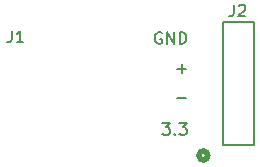
<source format=gbr>
%TF.GenerationSoftware,KiCad,Pcbnew,8.0.9*%
%TF.CreationDate,2025-05-12T15:23:26+02:00*%
%TF.ProjectId,MiniJack2Jumper,4d696e69-4a61-4636-9b32-4a756d706572,rev?*%
%TF.SameCoordinates,Original*%
%TF.FileFunction,Legend,Top*%
%TF.FilePolarity,Positive*%
%FSLAX46Y46*%
G04 Gerber Fmt 4.6, Leading zero omitted, Abs format (unit mm)*
G04 Created by KiCad (PCBNEW 8.0.9) date 2025-05-12 15:23:26*
%MOMM*%
%LPD*%
G01*
G04 APERTURE LIST*
%ADD10C,0.150000*%
%ADD11C,0.508000*%
%ADD12C,0.152400*%
G04 APERTURE END LIST*
D10*
X139541541Y-99069819D02*
X140160588Y-99069819D01*
X140160588Y-99069819D02*
X139827255Y-99450771D01*
X139827255Y-99450771D02*
X139970112Y-99450771D01*
X139970112Y-99450771D02*
X140065350Y-99498390D01*
X140065350Y-99498390D02*
X140112969Y-99546009D01*
X140112969Y-99546009D02*
X140160588Y-99641247D01*
X140160588Y-99641247D02*
X140160588Y-99879342D01*
X140160588Y-99879342D02*
X140112969Y-99974580D01*
X140112969Y-99974580D02*
X140065350Y-100022200D01*
X140065350Y-100022200D02*
X139970112Y-100069819D01*
X139970112Y-100069819D02*
X139684398Y-100069819D01*
X139684398Y-100069819D02*
X139589160Y-100022200D01*
X139589160Y-100022200D02*
X139541541Y-99974580D01*
X140589160Y-99974580D02*
X140636779Y-100022200D01*
X140636779Y-100022200D02*
X140589160Y-100069819D01*
X140589160Y-100069819D02*
X140541541Y-100022200D01*
X140541541Y-100022200D02*
X140589160Y-99974580D01*
X140589160Y-99974580D02*
X140589160Y-100069819D01*
X140970112Y-99069819D02*
X141589159Y-99069819D01*
X141589159Y-99069819D02*
X141255826Y-99450771D01*
X141255826Y-99450771D02*
X141398683Y-99450771D01*
X141398683Y-99450771D02*
X141493921Y-99498390D01*
X141493921Y-99498390D02*
X141541540Y-99546009D01*
X141541540Y-99546009D02*
X141589159Y-99641247D01*
X141589159Y-99641247D02*
X141589159Y-99879342D01*
X141589159Y-99879342D02*
X141541540Y-99974580D01*
X141541540Y-99974580D02*
X141493921Y-100022200D01*
X141493921Y-100022200D02*
X141398683Y-100069819D01*
X141398683Y-100069819D02*
X141112969Y-100069819D01*
X141112969Y-100069819D02*
X141017731Y-100022200D01*
X141017731Y-100022200D02*
X140970112Y-99974580D01*
X139460588Y-91417438D02*
X139365350Y-91369819D01*
X139365350Y-91369819D02*
X139222493Y-91369819D01*
X139222493Y-91369819D02*
X139079636Y-91417438D01*
X139079636Y-91417438D02*
X138984398Y-91512676D01*
X138984398Y-91512676D02*
X138936779Y-91607914D01*
X138936779Y-91607914D02*
X138889160Y-91798390D01*
X138889160Y-91798390D02*
X138889160Y-91941247D01*
X138889160Y-91941247D02*
X138936779Y-92131723D01*
X138936779Y-92131723D02*
X138984398Y-92226961D01*
X138984398Y-92226961D02*
X139079636Y-92322200D01*
X139079636Y-92322200D02*
X139222493Y-92369819D01*
X139222493Y-92369819D02*
X139317731Y-92369819D01*
X139317731Y-92369819D02*
X139460588Y-92322200D01*
X139460588Y-92322200D02*
X139508207Y-92274580D01*
X139508207Y-92274580D02*
X139508207Y-91941247D01*
X139508207Y-91941247D02*
X139317731Y-91941247D01*
X139936779Y-92369819D02*
X139936779Y-91369819D01*
X139936779Y-91369819D02*
X140508207Y-92369819D01*
X140508207Y-92369819D02*
X140508207Y-91369819D01*
X140984398Y-92369819D02*
X140984398Y-91369819D01*
X140984398Y-91369819D02*
X141222493Y-91369819D01*
X141222493Y-91369819D02*
X141365350Y-91417438D01*
X141365350Y-91417438D02*
X141460588Y-91512676D01*
X141460588Y-91512676D02*
X141508207Y-91607914D01*
X141508207Y-91607914D02*
X141555826Y-91798390D01*
X141555826Y-91798390D02*
X141555826Y-91941247D01*
X141555826Y-91941247D02*
X141508207Y-92131723D01*
X141508207Y-92131723D02*
X141460588Y-92226961D01*
X141460588Y-92226961D02*
X141365350Y-92322200D01*
X141365350Y-92322200D02*
X141222493Y-92369819D01*
X141222493Y-92369819D02*
X140984398Y-92369819D01*
X140801316Y-94488866D02*
X141563221Y-94488866D01*
X141182268Y-94869819D02*
X141182268Y-94107914D01*
X140801316Y-96988866D02*
X141563221Y-96988866D01*
X126766422Y-91254425D02*
X126766422Y-91969234D01*
X126766422Y-91969234D02*
X126718769Y-92112196D01*
X126718769Y-92112196D02*
X126623461Y-92207504D01*
X126623461Y-92207504D02*
X126480499Y-92255157D01*
X126480499Y-92255157D02*
X126385191Y-92255157D01*
X127767154Y-92255157D02*
X127195307Y-92255157D01*
X127481231Y-92255157D02*
X127481231Y-91254425D01*
X127481231Y-91254425D02*
X127385923Y-91397387D01*
X127385923Y-91397387D02*
X127290615Y-91492695D01*
X127290615Y-91492695D02*
X127195307Y-91540349D01*
X145566666Y-89054819D02*
X145566666Y-89769104D01*
X145566666Y-89769104D02*
X145519047Y-89911961D01*
X145519047Y-89911961D02*
X145423809Y-90007200D01*
X145423809Y-90007200D02*
X145280952Y-90054819D01*
X145280952Y-90054819D02*
X145185714Y-90054819D01*
X145995238Y-89150057D02*
X146042857Y-89102438D01*
X146042857Y-89102438D02*
X146138095Y-89054819D01*
X146138095Y-89054819D02*
X146376190Y-89054819D01*
X146376190Y-89054819D02*
X146471428Y-89102438D01*
X146471428Y-89102438D02*
X146519047Y-89150057D01*
X146519047Y-89150057D02*
X146566666Y-89245295D01*
X146566666Y-89245295D02*
X146566666Y-89340533D01*
X146566666Y-89340533D02*
X146519047Y-89483390D01*
X146519047Y-89483390D02*
X145947619Y-90054819D01*
X145947619Y-90054819D02*
X146566666Y-90054819D01*
D11*
%TO.C,J2*%
X143381000Y-101826000D02*
G75*
G02*
X142619000Y-101826000I-381000J0D01*
G01*
X142619000Y-101826000D02*
G75*
G02*
X143381000Y-101826000I381000J0D01*
G01*
D12*
X147250000Y-100937000D02*
X147250000Y-90523000D01*
X147250000Y-90523000D02*
X144623060Y-90523000D01*
X144623060Y-100937000D02*
X147250000Y-100937000D01*
X144623060Y-90523000D02*
X144623060Y-100937000D01*
%TD*%
M02*

</source>
